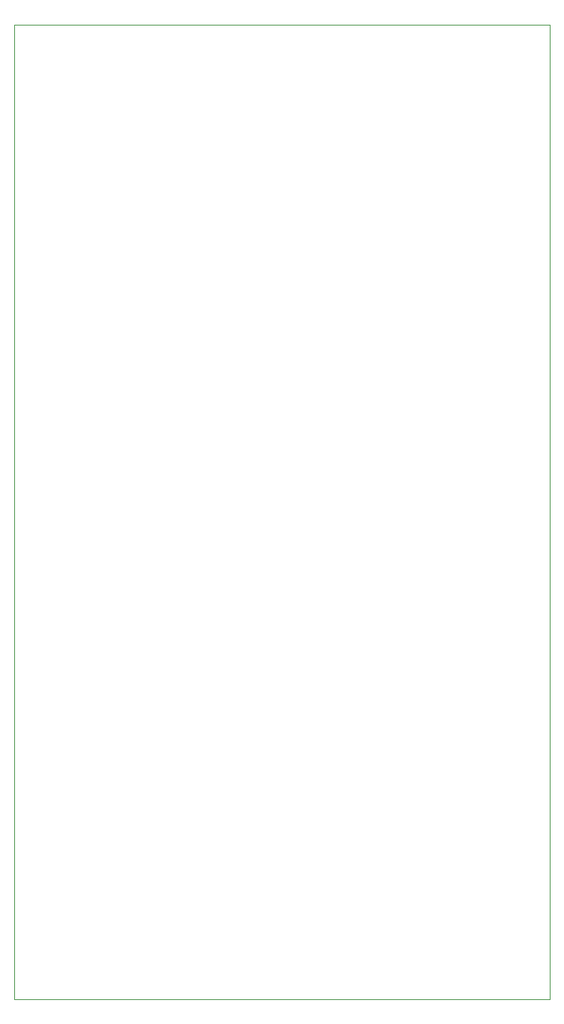
<source format=gbr>
%TF.GenerationSoftware,KiCad,Pcbnew,(6.0.1)*%
%TF.CreationDate,2022-09-11T09:05:18+02:00*%
%TF.ProjectId,vca,7663612e-6b69-4636-9164-5f7063625858,rev?*%
%TF.SameCoordinates,Original*%
%TF.FileFunction,Profile,NP*%
%FSLAX46Y46*%
G04 Gerber Fmt 4.6, Leading zero omitted, Abs format (unit mm)*
G04 Created by KiCad (PCBNEW (6.0.1)) date 2022-09-11 09:05:18*
%MOMM*%
%LPD*%
G01*
G04 APERTURE LIST*
%TA.AperFunction,Profile*%
%ADD10C,0.100000*%
%TD*%
G04 APERTURE END LIST*
D10*
X87600000Y-127600000D02*
X27000000Y-127600000D01*
X27000000Y-17600000D02*
X87600000Y-17600000D01*
X87600000Y-17600000D02*
X87600000Y-127600000D01*
X27000000Y-127600000D02*
X27000000Y-17600000D01*
M02*

</source>
